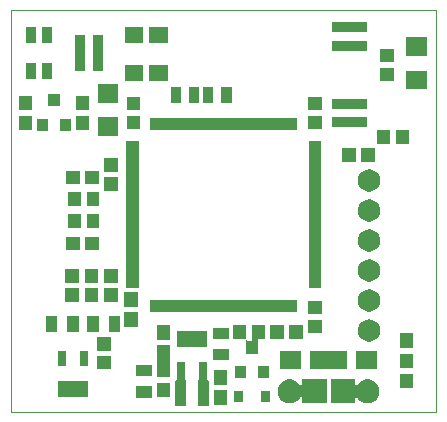
<source format=gts>
G04 #@! TF.GenerationSoftware,KiCad,Pcbnew,(5.1.4)-1*
G04 #@! TF.CreationDate,2019-10-25T18:27:15-07:00*
G04 #@! TF.ProjectId,base,62617365-2e6b-4696-9361-645f70636258,rev?*
G04 #@! TF.SameCoordinates,Original*
G04 #@! TF.FileFunction,Soldermask,Top*
G04 #@! TF.FilePolarity,Negative*
%FSLAX46Y46*%
G04 Gerber Fmt 4.6, Leading zero omitted, Abs format (unit mm)*
G04 Created by KiCad (PCBNEW (5.1.4)-1) date 2019-10-25 18:27:15*
%MOMM*%
%LPD*%
G04 APERTURE LIST*
%ADD10C,0.050000*%
%ADD11C,0.100000*%
G04 APERTURE END LIST*
D10*
X166500000Y-93500000D02*
X130500000Y-93500000D01*
X130500000Y-93500000D02*
X130500000Y-127500000D01*
X166500000Y-127500000D02*
X166500000Y-93500000D01*
X130500000Y-127500000D02*
X166500000Y-127500000D01*
D11*
G36*
X147135300Y-124757401D02*
G01*
X147137702Y-124781787D01*
X147144815Y-124805236D01*
X147156366Y-124826847D01*
X147171911Y-124845789D01*
X147190853Y-124861334D01*
X147212464Y-124872885D01*
X147235913Y-124879998D01*
X147260299Y-124882400D01*
X147310300Y-124882400D01*
X147310300Y-127034800D01*
X146357900Y-127034800D01*
X146357900Y-124871728D01*
X146377347Y-124861334D01*
X146396289Y-124845789D01*
X146411834Y-124826847D01*
X146423385Y-124805236D01*
X146430498Y-124781787D01*
X146432900Y-124757401D01*
X146432900Y-123280500D01*
X147135300Y-123280500D01*
X147135300Y-124757401D01*
X147135300Y-124757401D01*
G37*
G36*
X145235300Y-124757401D02*
G01*
X145237702Y-124781787D01*
X145244815Y-124805236D01*
X145256366Y-124826847D01*
X145271911Y-124845789D01*
X145290853Y-124861334D01*
X145310300Y-124871728D01*
X145310300Y-127034800D01*
X144357900Y-127034800D01*
X144357900Y-124882400D01*
X144407901Y-124882400D01*
X144432287Y-124879998D01*
X144455736Y-124872885D01*
X144477347Y-124861334D01*
X144496289Y-124845789D01*
X144511834Y-124826847D01*
X144523385Y-124805236D01*
X144530498Y-124781787D01*
X144532900Y-124757401D01*
X144532900Y-123280500D01*
X145235300Y-123280500D01*
X145235300Y-124757401D01*
X145235300Y-124757401D01*
G37*
G36*
X148823300Y-126926800D02*
G01*
X147670900Y-126926800D01*
X147670900Y-125674400D01*
X148823300Y-125674400D01*
X148823300Y-126926800D01*
X148823300Y-126926800D01*
G37*
G36*
X159617300Y-125150976D02*
G01*
X159619702Y-125175362D01*
X159626815Y-125198811D01*
X159638366Y-125220422D01*
X159653911Y-125239364D01*
X159672853Y-125254909D01*
X159694464Y-125266460D01*
X159717913Y-125273573D01*
X159742299Y-125275975D01*
X159766685Y-125273573D01*
X159790134Y-125266460D01*
X159811745Y-125254909D01*
X159830687Y-125239364D01*
X159846232Y-125220422D01*
X159892634Y-125150976D01*
X159905649Y-125131497D01*
X160046497Y-124990649D01*
X160212117Y-124879986D01*
X160229260Y-124872885D01*
X160396144Y-124803759D01*
X160591504Y-124764900D01*
X160790696Y-124764900D01*
X160986056Y-124803759D01*
X161152940Y-124872885D01*
X161170083Y-124879986D01*
X161335703Y-124990649D01*
X161476551Y-125131497D01*
X161573087Y-125275975D01*
X161587215Y-125297119D01*
X161663441Y-125481144D01*
X161702300Y-125676504D01*
X161702300Y-125875696D01*
X161663441Y-126071056D01*
X161587215Y-126255081D01*
X161587214Y-126255083D01*
X161476551Y-126420703D01*
X161335703Y-126561551D01*
X161170083Y-126672214D01*
X161170082Y-126672215D01*
X161170081Y-126672215D01*
X160986056Y-126748441D01*
X160790696Y-126787300D01*
X160591504Y-126787300D01*
X160396144Y-126748441D01*
X160212119Y-126672215D01*
X160212118Y-126672215D01*
X160212117Y-126672214D01*
X160046497Y-126561551D01*
X159905649Y-126420703D01*
X159846230Y-126331775D01*
X159830687Y-126312837D01*
X159811745Y-126297291D01*
X159790134Y-126285740D01*
X159766685Y-126278627D01*
X159742299Y-126276225D01*
X159717913Y-126278627D01*
X159694464Y-126285740D01*
X159672853Y-126297291D01*
X159653912Y-126312836D01*
X159638366Y-126331778D01*
X159626815Y-126353389D01*
X159619702Y-126376838D01*
X159617300Y-126401224D01*
X159617300Y-126802300D01*
X157564900Y-126802300D01*
X157564900Y-124749900D01*
X159617300Y-124749900D01*
X159617300Y-125150976D01*
X159617300Y-125150976D01*
G37*
G36*
X157217300Y-126802300D02*
G01*
X155164900Y-126802300D01*
X155164900Y-126401224D01*
X155162498Y-126376838D01*
X155155385Y-126353389D01*
X155143834Y-126331778D01*
X155128289Y-126312836D01*
X155109347Y-126297291D01*
X155087736Y-126285740D01*
X155064287Y-126278627D01*
X155039901Y-126276225D01*
X155015515Y-126278627D01*
X154992066Y-126285740D01*
X154970455Y-126297291D01*
X154951513Y-126312836D01*
X154935970Y-126331775D01*
X154876551Y-126420703D01*
X154735703Y-126561551D01*
X154570083Y-126672214D01*
X154570082Y-126672215D01*
X154570081Y-126672215D01*
X154386056Y-126748441D01*
X154190696Y-126787300D01*
X153991504Y-126787300D01*
X153796144Y-126748441D01*
X153612119Y-126672215D01*
X153612118Y-126672215D01*
X153612117Y-126672214D01*
X153446497Y-126561551D01*
X153305649Y-126420703D01*
X153194986Y-126255083D01*
X153194985Y-126255081D01*
X153118759Y-126071056D01*
X153079900Y-125875696D01*
X153079900Y-125676504D01*
X153118759Y-125481144D01*
X153194985Y-125297119D01*
X153209113Y-125275975D01*
X153305649Y-125131497D01*
X153446497Y-124990649D01*
X153612117Y-124879986D01*
X153629260Y-124872885D01*
X153796144Y-124803759D01*
X153991504Y-124764900D01*
X154190696Y-124764900D01*
X154386056Y-124803759D01*
X154552940Y-124872885D01*
X154570083Y-124879986D01*
X154735703Y-124990649D01*
X154876551Y-125131497D01*
X154889566Y-125150976D01*
X154935968Y-125220422D01*
X154951513Y-125239363D01*
X154970455Y-125254909D01*
X154992066Y-125266460D01*
X155015515Y-125273573D01*
X155039901Y-125275975D01*
X155064287Y-125273573D01*
X155087736Y-125266460D01*
X155109347Y-125254909D01*
X155128288Y-125239364D01*
X155143834Y-125220422D01*
X155155385Y-125198811D01*
X155162498Y-125175362D01*
X155164900Y-125150976D01*
X155164900Y-124749900D01*
X157217300Y-124749900D01*
X157217300Y-126802300D01*
X157217300Y-126802300D01*
G37*
G36*
X152455300Y-126703800D02*
G01*
X151672900Y-126703800D01*
X151672900Y-125721400D01*
X152455300Y-125721400D01*
X152455300Y-126703800D01*
X152455300Y-126703800D01*
G37*
G36*
X150155300Y-126703800D02*
G01*
X149372900Y-126703800D01*
X149372900Y-125721400D01*
X150155300Y-125721400D01*
X150155300Y-126703800D01*
X150155300Y-126703800D01*
G37*
G36*
X142446300Y-126318800D02*
G01*
X141093900Y-126318800D01*
X141093900Y-125366400D01*
X142446300Y-125366400D01*
X142446300Y-126318800D01*
X142446300Y-126318800D01*
G37*
G36*
X143997300Y-126291800D02*
G01*
X142844900Y-126291800D01*
X142844900Y-125039400D01*
X143997300Y-125039400D01*
X143997300Y-126291800D01*
X143997300Y-126291800D01*
G37*
G36*
X137051200Y-126276200D02*
G01*
X134448800Y-126276200D01*
X134448800Y-124923800D01*
X137051200Y-124923800D01*
X137051200Y-126276200D01*
X137051200Y-126276200D01*
G37*
G36*
X164566220Y-125534880D02*
G01*
X163413820Y-125534880D01*
X163413820Y-124282480D01*
X164566220Y-124282480D01*
X164566220Y-125534880D01*
X164566220Y-125534880D01*
G37*
G36*
X148823300Y-125226800D02*
G01*
X147670900Y-125226800D01*
X147670900Y-123974400D01*
X148823300Y-123974400D01*
X148823300Y-125226800D01*
X148823300Y-125226800D01*
G37*
G36*
X150440300Y-124690800D02*
G01*
X149487900Y-124690800D01*
X149487900Y-123638400D01*
X150440300Y-123638400D01*
X150440300Y-124690800D01*
X150440300Y-124690800D01*
G37*
G36*
X152340300Y-124690800D02*
G01*
X151387900Y-124690800D01*
X151387900Y-123638400D01*
X152340300Y-123638400D01*
X152340300Y-124690800D01*
X152340300Y-124690800D01*
G37*
G36*
X143997300Y-124591800D02*
G01*
X142844900Y-124591800D01*
X142844900Y-121864400D01*
X143997300Y-121864400D01*
X143997300Y-124591800D01*
X143997300Y-124591800D01*
G37*
G36*
X142446300Y-124518800D02*
G01*
X141093900Y-124518800D01*
X141093900Y-123566400D01*
X142446300Y-123566400D01*
X142446300Y-124518800D01*
X142446300Y-124518800D01*
G37*
G36*
X138976200Y-123926200D02*
G01*
X137823800Y-123926200D01*
X137823800Y-122773800D01*
X138976200Y-122773800D01*
X138976200Y-123926200D01*
X138976200Y-123926200D01*
G37*
G36*
X155067300Y-123877300D02*
G01*
X153314900Y-123877300D01*
X153314900Y-122324900D01*
X155067300Y-122324900D01*
X155067300Y-123877300D01*
X155067300Y-123877300D01*
G37*
G36*
X161467300Y-123877300D02*
G01*
X159714900Y-123877300D01*
X159714900Y-122324900D01*
X161467300Y-122324900D01*
X161467300Y-123877300D01*
X161467300Y-123877300D01*
G37*
G36*
X158967300Y-123852300D02*
G01*
X155814900Y-123852300D01*
X155814900Y-122349900D01*
X158967300Y-122349900D01*
X158967300Y-123852300D01*
X158967300Y-123852300D01*
G37*
G36*
X164566220Y-123835741D02*
G01*
X163413420Y-123835741D01*
X163413420Y-122582480D01*
X164566220Y-122582480D01*
X164566220Y-123835741D01*
X164566220Y-123835741D01*
G37*
G36*
X137051200Y-123676000D02*
G01*
X136348800Y-123676000D01*
X136348800Y-122323600D01*
X137051200Y-122323600D01*
X137051200Y-123676000D01*
X137051200Y-123676000D01*
G37*
G36*
X135151200Y-123676000D02*
G01*
X134448800Y-123676000D01*
X134448800Y-122323600D01*
X135151200Y-122323600D01*
X135151200Y-123676000D01*
X135151200Y-123676000D01*
G37*
G36*
X148923300Y-123143800D02*
G01*
X147570900Y-123143800D01*
X147570900Y-122191400D01*
X148923300Y-122191400D01*
X148923300Y-123143800D01*
X148923300Y-123143800D01*
G37*
G36*
X150436300Y-121413401D02*
G01*
X150438702Y-121437787D01*
X150445815Y-121461236D01*
X150457366Y-121482847D01*
X150472911Y-121501789D01*
X150491853Y-121517334D01*
X150513464Y-121528885D01*
X150536913Y-121535998D01*
X150561299Y-121538400D01*
X150758901Y-121538400D01*
X150783287Y-121535998D01*
X150806736Y-121528885D01*
X150828347Y-121517334D01*
X150847289Y-121501789D01*
X150862834Y-121482847D01*
X150874385Y-121461236D01*
X150881498Y-121437787D01*
X150883900Y-121413401D01*
X150883900Y-120175400D01*
X152036300Y-120175400D01*
X152036300Y-121327800D01*
X151515299Y-121327800D01*
X151490913Y-121330202D01*
X151467464Y-121337315D01*
X151445853Y-121348866D01*
X151426911Y-121364411D01*
X151411366Y-121383353D01*
X151399815Y-121404964D01*
X151392702Y-121428413D01*
X151390300Y-121452799D01*
X151390300Y-122590800D01*
X150437900Y-122590800D01*
X150437900Y-121452799D01*
X150435498Y-121428413D01*
X150428385Y-121404964D01*
X150416834Y-121383353D01*
X150401289Y-121364411D01*
X150382347Y-121348866D01*
X150360736Y-121337315D01*
X150337287Y-121330202D01*
X150312901Y-121327800D01*
X149283900Y-121327800D01*
X149283900Y-120175400D01*
X150436300Y-120175400D01*
X150436300Y-121413401D01*
X150436300Y-121413401D01*
G37*
G36*
X138976200Y-122326200D02*
G01*
X137823800Y-122326200D01*
X137823800Y-121173800D01*
X138976200Y-121173800D01*
X138976200Y-122326200D01*
X138976200Y-122326200D01*
G37*
G36*
X164565820Y-122135741D02*
G01*
X163413420Y-122135741D01*
X163413420Y-120883341D01*
X164565820Y-120883341D01*
X164565820Y-122135741D01*
X164565820Y-122135741D01*
G37*
G36*
X147135300Y-122032700D02*
G01*
X144532900Y-122032700D01*
X144532900Y-120680300D01*
X147135300Y-120680300D01*
X147135300Y-122032700D01*
X147135300Y-122032700D01*
G37*
G36*
X161016225Y-119705400D02*
G01*
X161094229Y-119720916D01*
X161265262Y-119791760D01*
X161419187Y-119894610D01*
X161550090Y-120025513D01*
X161652940Y-120179438D01*
X161713731Y-120326200D01*
X161723784Y-120350472D01*
X161759900Y-120532036D01*
X161759900Y-120717164D01*
X161748157Y-120776200D01*
X161723784Y-120898729D01*
X161652940Y-121069762D01*
X161550090Y-121223687D01*
X161419187Y-121354590D01*
X161265262Y-121457440D01*
X161094229Y-121528284D01*
X161033707Y-121540323D01*
X160912664Y-121564400D01*
X160727536Y-121564400D01*
X160606493Y-121540323D01*
X160545971Y-121528284D01*
X160374938Y-121457440D01*
X160221013Y-121354590D01*
X160090110Y-121223687D01*
X159987260Y-121069762D01*
X159916416Y-120898729D01*
X159892043Y-120776200D01*
X159880300Y-120717164D01*
X159880300Y-120532036D01*
X159916416Y-120350472D01*
X159926470Y-120326200D01*
X159987260Y-120179438D01*
X160090110Y-120025513D01*
X160221013Y-119894610D01*
X160374938Y-119791760D01*
X160545971Y-119720916D01*
X160623975Y-119705400D01*
X160727536Y-119684800D01*
X160912664Y-119684800D01*
X161016225Y-119705400D01*
X161016225Y-119705400D01*
G37*
G36*
X143997300Y-121416800D02*
G01*
X142844900Y-121416800D01*
X142844900Y-120164400D01*
X143997300Y-120164400D01*
X143997300Y-121416800D01*
X143997300Y-121416800D01*
G37*
G36*
X148923300Y-121343800D02*
G01*
X147570900Y-121343800D01*
X147570900Y-120391400D01*
X148923300Y-120391400D01*
X148923300Y-121343800D01*
X148923300Y-121343800D01*
G37*
G36*
X155211300Y-121327800D02*
G01*
X154058900Y-121327800D01*
X154058900Y-120175400D01*
X155211300Y-120175400D01*
X155211300Y-121327800D01*
X155211300Y-121327800D01*
G37*
G36*
X153611300Y-121327800D02*
G01*
X152458900Y-121327800D01*
X152458900Y-120175400D01*
X153611300Y-120175400D01*
X153611300Y-121327800D01*
X153611300Y-121327800D01*
G37*
G36*
X156824300Y-120857800D02*
G01*
X155671900Y-120857800D01*
X155671900Y-119705400D01*
X156824300Y-119705400D01*
X156824300Y-120857800D01*
X156824300Y-120857800D01*
G37*
G36*
X136226200Y-120776200D02*
G01*
X135273800Y-120776200D01*
X135273800Y-119423800D01*
X136226200Y-119423800D01*
X136226200Y-120776200D01*
X136226200Y-120776200D01*
G37*
G36*
X134426200Y-120776200D02*
G01*
X133473800Y-120776200D01*
X133473800Y-119423800D01*
X134426200Y-119423800D01*
X134426200Y-120776200D01*
X134426200Y-120776200D01*
G37*
G36*
X139726200Y-120726200D02*
G01*
X138773800Y-120726200D01*
X138773800Y-119373800D01*
X139726200Y-119373800D01*
X139726200Y-120726200D01*
X139726200Y-120726200D01*
G37*
G36*
X137926200Y-120726200D02*
G01*
X136973800Y-120726200D01*
X136973800Y-119373800D01*
X137926200Y-119373800D01*
X137926200Y-120726200D01*
X137926200Y-120726200D01*
G37*
G36*
X141226200Y-120326200D02*
G01*
X140073800Y-120326200D01*
X140073800Y-119073800D01*
X141226200Y-119073800D01*
X141226200Y-120326200D01*
X141226200Y-120326200D01*
G37*
G36*
X156824300Y-119257800D02*
G01*
X155671900Y-119257800D01*
X155671900Y-118105400D01*
X156824300Y-118105400D01*
X156824300Y-119257800D01*
X156824300Y-119257800D01*
G37*
G36*
X154727300Y-119091800D02*
G01*
X142274900Y-119091800D01*
X142274900Y-118039400D01*
X154727300Y-118039400D01*
X154727300Y-119091800D01*
X154727300Y-119091800D01*
G37*
G36*
X161033707Y-117168877D02*
G01*
X161094229Y-117180916D01*
X161265262Y-117251760D01*
X161419187Y-117354610D01*
X161550090Y-117485513D01*
X161652941Y-117639440D01*
X161723784Y-117810472D01*
X161759900Y-117992036D01*
X161759900Y-118177164D01*
X161735823Y-118298207D01*
X161723784Y-118358729D01*
X161652940Y-118529762D01*
X161550090Y-118683687D01*
X161419187Y-118814590D01*
X161265262Y-118917440D01*
X161094229Y-118988284D01*
X161033707Y-119000323D01*
X160912664Y-119024400D01*
X160727536Y-119024400D01*
X160606493Y-119000323D01*
X160545971Y-118988284D01*
X160374938Y-118917440D01*
X160221013Y-118814590D01*
X160090110Y-118683687D01*
X159987260Y-118529762D01*
X159916416Y-118358729D01*
X159904377Y-118298207D01*
X159880300Y-118177164D01*
X159880300Y-117992036D01*
X159916416Y-117810472D01*
X159987259Y-117639440D01*
X160090110Y-117485513D01*
X160221013Y-117354610D01*
X160374938Y-117251760D01*
X160545971Y-117180916D01*
X160606493Y-117168877D01*
X160727536Y-117144800D01*
X160912664Y-117144800D01*
X161033707Y-117168877D01*
X161033707Y-117168877D01*
G37*
G36*
X141226200Y-118626200D02*
G01*
X140073800Y-118626200D01*
X140073800Y-117373800D01*
X141226200Y-117373800D01*
X141226200Y-118626200D01*
X141226200Y-118626200D01*
G37*
G36*
X137901300Y-118190800D02*
G01*
X136748900Y-118190800D01*
X136748900Y-117038400D01*
X137901300Y-117038400D01*
X137901300Y-118190800D01*
X137901300Y-118190800D01*
G37*
G36*
X139552300Y-118190800D02*
G01*
X138399900Y-118190800D01*
X138399900Y-117038400D01*
X139552300Y-117038400D01*
X139552300Y-118190800D01*
X139552300Y-118190800D01*
G37*
G36*
X136250300Y-118190800D02*
G01*
X135097900Y-118190800D01*
X135097900Y-117038400D01*
X136250300Y-117038400D01*
X136250300Y-118190800D01*
X136250300Y-118190800D01*
G37*
G36*
X141307300Y-117071800D02*
G01*
X140254900Y-117071800D01*
X140254900Y-104619400D01*
X141307300Y-104619400D01*
X141307300Y-117071800D01*
X141307300Y-117071800D01*
G37*
G36*
X156747300Y-117071800D02*
G01*
X155694900Y-117071800D01*
X155694900Y-104619400D01*
X156747300Y-104619400D01*
X156747300Y-117071800D01*
X156747300Y-117071800D01*
G37*
G36*
X136250300Y-116590800D02*
G01*
X135097900Y-116590800D01*
X135097900Y-115438400D01*
X136250300Y-115438400D01*
X136250300Y-116590800D01*
X136250300Y-116590800D01*
G37*
G36*
X139552300Y-116590800D02*
G01*
X138399900Y-116590800D01*
X138399900Y-115438400D01*
X139552300Y-115438400D01*
X139552300Y-116590800D01*
X139552300Y-116590800D01*
G37*
G36*
X137901300Y-116590800D02*
G01*
X136748900Y-116590800D01*
X136748900Y-115438400D01*
X137901300Y-115438400D01*
X137901300Y-116590800D01*
X137901300Y-116590800D01*
G37*
G36*
X161033707Y-114628877D02*
G01*
X161094229Y-114640916D01*
X161265262Y-114711760D01*
X161419187Y-114814610D01*
X161550090Y-114945513D01*
X161634473Y-115071800D01*
X161652941Y-115099440D01*
X161723784Y-115270472D01*
X161757188Y-115438400D01*
X161759900Y-115452038D01*
X161759900Y-115637162D01*
X161723784Y-115818729D01*
X161652940Y-115989762D01*
X161550090Y-116143687D01*
X161419187Y-116274590D01*
X161265262Y-116377440D01*
X161094229Y-116448284D01*
X161033707Y-116460323D01*
X160912664Y-116484400D01*
X160727536Y-116484400D01*
X160606493Y-116460323D01*
X160545971Y-116448284D01*
X160374938Y-116377440D01*
X160221013Y-116274590D01*
X160090110Y-116143687D01*
X159987260Y-115989762D01*
X159916416Y-115818729D01*
X159880300Y-115637162D01*
X159880300Y-115452038D01*
X159883013Y-115438400D01*
X159916416Y-115270472D01*
X159987259Y-115099440D01*
X160005728Y-115071800D01*
X160090110Y-114945513D01*
X160221013Y-114814610D01*
X160374938Y-114711760D01*
X160545971Y-114640916D01*
X160606493Y-114628877D01*
X160727536Y-114604800D01*
X160912664Y-114604800D01*
X161033707Y-114628877D01*
X161033707Y-114628877D01*
G37*
G36*
X161033707Y-112088877D02*
G01*
X161094229Y-112100916D01*
X161265262Y-112171760D01*
X161419187Y-112274610D01*
X161550090Y-112405513D01*
X161652941Y-112559440D01*
X161673691Y-112609535D01*
X161723784Y-112730471D01*
X161759900Y-112912038D01*
X161759900Y-113097162D01*
X161723784Y-113278729D01*
X161652940Y-113449762D01*
X161550090Y-113603687D01*
X161419187Y-113734590D01*
X161265262Y-113837440D01*
X161094229Y-113908284D01*
X161033707Y-113920323D01*
X160912664Y-113944400D01*
X160727536Y-113944400D01*
X160606493Y-113920323D01*
X160545971Y-113908284D01*
X160374938Y-113837440D01*
X160221013Y-113734590D01*
X160090110Y-113603687D01*
X159987260Y-113449762D01*
X159916416Y-113278729D01*
X159880300Y-113097162D01*
X159880300Y-112912038D01*
X159916416Y-112730471D01*
X159966509Y-112609535D01*
X159987259Y-112559440D01*
X160090110Y-112405513D01*
X160221013Y-112274610D01*
X160374938Y-112171760D01*
X160545971Y-112100916D01*
X160606493Y-112088877D01*
X160727536Y-112064800D01*
X160912664Y-112064800D01*
X161033707Y-112088877D01*
X161033707Y-112088877D01*
G37*
G36*
X137939300Y-113834800D02*
G01*
X136786900Y-113834800D01*
X136786900Y-112682400D01*
X137939300Y-112682400D01*
X137939300Y-113834800D01*
X137939300Y-113834800D01*
G37*
G36*
X136339300Y-113834800D02*
G01*
X135186900Y-113834800D01*
X135186900Y-112682400D01*
X136339300Y-112682400D01*
X136339300Y-113834800D01*
X136339300Y-113834800D01*
G37*
G36*
X136416300Y-111940800D02*
G01*
X135363900Y-111940800D01*
X135363900Y-110788400D01*
X136416300Y-110788400D01*
X136416300Y-111940800D01*
X136416300Y-111940800D01*
G37*
G36*
X137966300Y-111940800D02*
G01*
X136913900Y-111940800D01*
X136913900Y-110788400D01*
X137966300Y-110788400D01*
X137966300Y-111940800D01*
X137966300Y-111940800D01*
G37*
G36*
X161033707Y-109548877D02*
G01*
X161094229Y-109560916D01*
X161265262Y-109631760D01*
X161419187Y-109734610D01*
X161550090Y-109865513D01*
X161652940Y-110019438D01*
X161694346Y-110119400D01*
X161723784Y-110190472D01*
X161759900Y-110372036D01*
X161759900Y-110557164D01*
X161747520Y-110619400D01*
X161723784Y-110738729D01*
X161652940Y-110909762D01*
X161550090Y-111063687D01*
X161419187Y-111194590D01*
X161265262Y-111297440D01*
X161094229Y-111368284D01*
X161033707Y-111380323D01*
X160912664Y-111404400D01*
X160727536Y-111404400D01*
X160606493Y-111380323D01*
X160545971Y-111368284D01*
X160374938Y-111297440D01*
X160221013Y-111194590D01*
X160090110Y-111063687D01*
X159987260Y-110909762D01*
X159916416Y-110738729D01*
X159892680Y-110619400D01*
X159880300Y-110557164D01*
X159880300Y-110372036D01*
X159916416Y-110190472D01*
X159945855Y-110119400D01*
X159987260Y-110019438D01*
X160090110Y-109865513D01*
X160221013Y-109734610D01*
X160374938Y-109631760D01*
X160545971Y-109560916D01*
X160606493Y-109548877D01*
X160727536Y-109524800D01*
X160912664Y-109524800D01*
X161033707Y-109548877D01*
X161033707Y-109548877D01*
G37*
G36*
X137966300Y-110090800D02*
G01*
X136913900Y-110090800D01*
X136913900Y-108938400D01*
X137966300Y-108938400D01*
X137966300Y-110090800D01*
X137966300Y-110090800D01*
G37*
G36*
X136416300Y-110090800D02*
G01*
X135363900Y-110090800D01*
X135363900Y-108938400D01*
X136416300Y-108938400D01*
X136416300Y-110090800D01*
X136416300Y-110090800D01*
G37*
G36*
X161033707Y-107008877D02*
G01*
X161094229Y-107020916D01*
X161265262Y-107091760D01*
X161419187Y-107194610D01*
X161550090Y-107325513D01*
X161652940Y-107479438D01*
X161723784Y-107650471D01*
X161759900Y-107832038D01*
X161759900Y-108017162D01*
X161723784Y-108198729D01*
X161652940Y-108369762D01*
X161550090Y-108523687D01*
X161419187Y-108654590D01*
X161265262Y-108757440D01*
X161094229Y-108828284D01*
X161033707Y-108840323D01*
X160912664Y-108864400D01*
X160727536Y-108864400D01*
X160606493Y-108840323D01*
X160545971Y-108828284D01*
X160374938Y-108757440D01*
X160221013Y-108654590D01*
X160090110Y-108523687D01*
X159987260Y-108369762D01*
X159916416Y-108198729D01*
X159880300Y-108017162D01*
X159880300Y-107832038D01*
X159916416Y-107650471D01*
X159987260Y-107479438D01*
X160090110Y-107325513D01*
X160221013Y-107194610D01*
X160374938Y-107091760D01*
X160545971Y-107020916D01*
X160606493Y-107008877D01*
X160727536Y-106984800D01*
X160912664Y-106984800D01*
X161033707Y-107008877D01*
X161033707Y-107008877D01*
G37*
G36*
X139552300Y-108792800D02*
G01*
X138399900Y-108792800D01*
X138399900Y-107640400D01*
X139552300Y-107640400D01*
X139552300Y-108792800D01*
X139552300Y-108792800D01*
G37*
G36*
X137939300Y-108246800D02*
G01*
X136786900Y-108246800D01*
X136786900Y-107094400D01*
X137939300Y-107094400D01*
X137939300Y-108246800D01*
X137939300Y-108246800D01*
G37*
G36*
X136339300Y-108246800D02*
G01*
X135186900Y-108246800D01*
X135186900Y-107094400D01*
X136339300Y-107094400D01*
X136339300Y-108246800D01*
X136339300Y-108246800D01*
G37*
G36*
X139552300Y-107192800D02*
G01*
X138399900Y-107192800D01*
X138399900Y-106040400D01*
X139552300Y-106040400D01*
X139552300Y-107192800D01*
X139552300Y-107192800D01*
G37*
G36*
X161307300Y-106341800D02*
G01*
X160154900Y-106341800D01*
X160154900Y-105189400D01*
X161307300Y-105189400D01*
X161307300Y-106341800D01*
X161307300Y-106341800D01*
G37*
G36*
X159707300Y-106341800D02*
G01*
X158554900Y-106341800D01*
X158554900Y-105189400D01*
X159707300Y-105189400D01*
X159707300Y-106341800D01*
X159707300Y-106341800D01*
G37*
G36*
X162628300Y-104817800D02*
G01*
X161475900Y-104817800D01*
X161475900Y-103665400D01*
X162628300Y-103665400D01*
X162628300Y-104817800D01*
X162628300Y-104817800D01*
G37*
G36*
X164228300Y-104817800D02*
G01*
X163075900Y-104817800D01*
X163075900Y-103665400D01*
X164228300Y-103665400D01*
X164228300Y-104817800D01*
X164228300Y-104817800D01*
G37*
G36*
X139598300Y-104131800D02*
G01*
X137845900Y-104131800D01*
X137845900Y-102579400D01*
X139598300Y-102579400D01*
X139598300Y-104131800D01*
X139598300Y-104131800D01*
G37*
G36*
X133676300Y-103735800D02*
G01*
X132723900Y-103735800D01*
X132723900Y-102683400D01*
X133676300Y-102683400D01*
X133676300Y-103735800D01*
X133676300Y-103735800D01*
G37*
G36*
X135576300Y-103735800D02*
G01*
X134623900Y-103735800D01*
X134623900Y-102683400D01*
X135576300Y-102683400D01*
X135576300Y-103735800D01*
X135576300Y-103735800D01*
G37*
G36*
X137139300Y-103685800D02*
G01*
X135986900Y-103685800D01*
X135986900Y-102433400D01*
X137139300Y-102433400D01*
X137139300Y-103685800D01*
X137139300Y-103685800D01*
G37*
G36*
X132313300Y-103685800D02*
G01*
X131160900Y-103685800D01*
X131160900Y-102433400D01*
X132313300Y-102433400D01*
X132313300Y-103685800D01*
X132313300Y-103685800D01*
G37*
G36*
X154727300Y-103651800D02*
G01*
X142274900Y-103651800D01*
X142274900Y-102599400D01*
X154727300Y-102599400D01*
X154727300Y-103651800D01*
X154727300Y-103651800D01*
G37*
G36*
X156824300Y-103585800D02*
G01*
X155671900Y-103585800D01*
X155671900Y-102433400D01*
X156824300Y-102433400D01*
X156824300Y-103585800D01*
X156824300Y-103585800D01*
G37*
G36*
X141457300Y-103585800D02*
G01*
X140304900Y-103585800D01*
X140304900Y-102433400D01*
X141457300Y-102433400D01*
X141457300Y-103585800D01*
X141457300Y-103585800D01*
G37*
G36*
X160670300Y-103410800D02*
G01*
X157667900Y-103410800D01*
X157667900Y-102558400D01*
X160670300Y-102558400D01*
X160670300Y-103410800D01*
X160670300Y-103410800D01*
G37*
G36*
X132313300Y-101985800D02*
G01*
X131160900Y-101985800D01*
X131160900Y-100733400D01*
X132313300Y-100733400D01*
X132313300Y-101985800D01*
X132313300Y-101985800D01*
G37*
G36*
X141457300Y-101985800D02*
G01*
X140304900Y-101985800D01*
X140304900Y-100833400D01*
X141457300Y-100833400D01*
X141457300Y-101985800D01*
X141457300Y-101985800D01*
G37*
G36*
X137139300Y-101985800D02*
G01*
X135986900Y-101985800D01*
X135986900Y-100733400D01*
X137139300Y-100733400D01*
X137139300Y-101985800D01*
X137139300Y-101985800D01*
G37*
G36*
X156824300Y-101985800D02*
G01*
X155671900Y-101985800D01*
X155671900Y-100833400D01*
X156824300Y-100833400D01*
X156824300Y-101985800D01*
X156824300Y-101985800D01*
G37*
G36*
X160670300Y-101860800D02*
G01*
X157667900Y-101860800D01*
X157667900Y-101008400D01*
X160670300Y-101008400D01*
X160670300Y-101860800D01*
X160670300Y-101860800D01*
G37*
G36*
X134626300Y-101635800D02*
G01*
X133673900Y-101635800D01*
X133673900Y-100583400D01*
X134626300Y-100583400D01*
X134626300Y-101635800D01*
X134626300Y-101635800D01*
G37*
G36*
X149176200Y-101401200D02*
G01*
X148323800Y-101401200D01*
X148323800Y-99998800D01*
X149176200Y-99998800D01*
X149176200Y-101401200D01*
X149176200Y-101401200D01*
G37*
G36*
X144876200Y-101401200D02*
G01*
X144023800Y-101401200D01*
X144023800Y-99998800D01*
X144876200Y-99998800D01*
X144876200Y-101401200D01*
X144876200Y-101401200D01*
G37*
G36*
X146426200Y-101401200D02*
G01*
X145573800Y-101401200D01*
X145573800Y-99998800D01*
X146426200Y-99998800D01*
X146426200Y-101401200D01*
X146426200Y-101401200D01*
G37*
G36*
X147626200Y-101401200D02*
G01*
X146773800Y-101401200D01*
X146773800Y-99998800D01*
X147626200Y-99998800D01*
X147626200Y-101401200D01*
X147626200Y-101401200D01*
G37*
G36*
X139598300Y-101331800D02*
G01*
X137845900Y-101331800D01*
X137845900Y-99779400D01*
X139598300Y-99779400D01*
X139598300Y-101331800D01*
X139598300Y-101331800D01*
G37*
G36*
X165737440Y-100169400D02*
G01*
X163985040Y-100169400D01*
X163985040Y-98617000D01*
X165737440Y-98617000D01*
X165737440Y-100169400D01*
X165737440Y-100169400D01*
G37*
G36*
X162920300Y-99521800D02*
G01*
X161767900Y-99521800D01*
X161767900Y-98369400D01*
X162920300Y-98369400D01*
X162920300Y-99521800D01*
X162920300Y-99521800D01*
G37*
G36*
X143776200Y-99476200D02*
G01*
X142223800Y-99476200D01*
X142223800Y-98123800D01*
X143776200Y-98123800D01*
X143776200Y-99476200D01*
X143776200Y-99476200D01*
G37*
G36*
X141676200Y-99476200D02*
G01*
X140123800Y-99476200D01*
X140123800Y-98123800D01*
X141676200Y-98123800D01*
X141676200Y-99476200D01*
X141676200Y-99476200D01*
G37*
G36*
X134006300Y-99305800D02*
G01*
X133153900Y-99305800D01*
X133153900Y-97953400D01*
X134006300Y-97953400D01*
X134006300Y-99305800D01*
X134006300Y-99305800D01*
G37*
G36*
X132606300Y-99305800D02*
G01*
X131753900Y-99305800D01*
X131753900Y-97953400D01*
X132606300Y-97953400D01*
X132606300Y-99305800D01*
X132606300Y-99305800D01*
G37*
G36*
X136785800Y-98630800D02*
G01*
X135933400Y-98630800D01*
X135933400Y-95628400D01*
X136785800Y-95628400D01*
X136785800Y-98630800D01*
X136785800Y-98630800D01*
G37*
G36*
X138335800Y-98630800D02*
G01*
X137483400Y-98630800D01*
X137483400Y-95628400D01*
X138335800Y-95628400D01*
X138335800Y-98630800D01*
X138335800Y-98630800D01*
G37*
G36*
X162920300Y-97921800D02*
G01*
X161767900Y-97921800D01*
X161767900Y-96769400D01*
X162920300Y-96769400D01*
X162920300Y-97921800D01*
X162920300Y-97921800D01*
G37*
G36*
X165737440Y-97369400D02*
G01*
X163985040Y-97369400D01*
X163985040Y-95817000D01*
X165737440Y-95817000D01*
X165737440Y-97369400D01*
X165737440Y-97369400D01*
G37*
G36*
X160670300Y-96933800D02*
G01*
X157667900Y-96933800D01*
X157667900Y-96081400D01*
X160670300Y-96081400D01*
X160670300Y-96933800D01*
X160670300Y-96933800D01*
G37*
G36*
X132606300Y-96305800D02*
G01*
X131753900Y-96305800D01*
X131753900Y-94953400D01*
X132606300Y-94953400D01*
X132606300Y-96305800D01*
X132606300Y-96305800D01*
G37*
G36*
X134006300Y-96305800D02*
G01*
X133153900Y-96305800D01*
X133153900Y-94953400D01*
X134006300Y-94953400D01*
X134006300Y-96305800D01*
X134006300Y-96305800D01*
G37*
G36*
X141676200Y-96276200D02*
G01*
X140123800Y-96276200D01*
X140123800Y-94923800D01*
X141676200Y-94923800D01*
X141676200Y-96276200D01*
X141676200Y-96276200D01*
G37*
G36*
X143776200Y-96276200D02*
G01*
X142223800Y-96276200D01*
X142223800Y-94923800D01*
X143776200Y-94923800D01*
X143776200Y-96276200D01*
X143776200Y-96276200D01*
G37*
G36*
X160670300Y-95383800D02*
G01*
X157667900Y-95383800D01*
X157667900Y-94531400D01*
X160670300Y-94531400D01*
X160670300Y-95383800D01*
X160670300Y-95383800D01*
G37*
M02*

</source>
